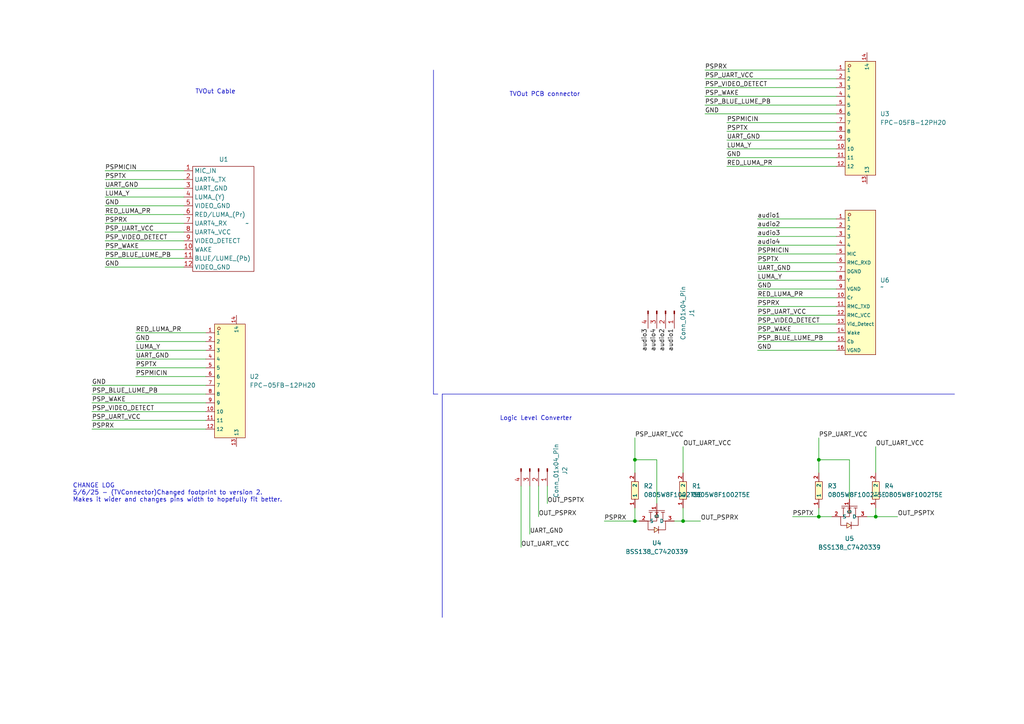
<source format=kicad_sch>
(kicad_sch (version 20231120) (generator "eeschema") (generator_version "8.0")
  (paper "A4")
  (lib_symbols
    (symbol "Connector:Conn_01x04_Pin" (pin_names (offset 1.016) hide)
      (property "Reference" "J" (at 0 5.08 0))
      (property "Value" "Conn_01x04_Pin" (at 0 -7.62 0))
      (symbol "Conn_01x04_Pin_1_1"
        (polyline (pts (xy 1.27 -5.08) (xy 0.8636 -5.08)) (stroke (width 0.1524)))
        (polyline (pts (xy 1.27 -2.54) (xy 0.8636 -2.54)) (stroke (width 0.1524)))
        (polyline (pts (xy 1.27 0) (xy 0.8636 0)) (stroke (width 0.1524)))
        (polyline (pts (xy 1.27 2.54) (xy 0.8636 2.54)) (stroke (width 0.1524)))
        (rectangle (start 0.8636 -4.953) (end 0 -5.207) (stroke (width 0.1524)) (fill (type outline)))
        (rectangle (start 0.8636 -2.413) (end 0 -2.667) (stroke (width 0.1524)) (fill (type outline)))
        (rectangle (start 0.8636 0.127) (end 0 -0.127) (stroke (width 0.1524)) (fill (type outline)))
        (rectangle (start 0.8636 2.667) (end 0 2.413) (stroke (width 0.1524)) (fill (type outline)))
        (pin passive line (at 5.08 2.54 180) (length 3.81) (name "Pin_1") (number "1"))
        (pin passive line (at 5.08 0 180) (length 3.81) (name "Pin_2") (number "2"))
        (pin passive line (at 5.08 -2.54 180) (length 3.81) (name "Pin_3") (number "3"))
        (pin passive line (at 5.08 -5.08 180) (length 3.81) (name "Pin_4") (number "4"))
      )
    )
    (symbol "jlcpcb:0805W8F1002T5E"
      (property "Reference" "R" (at 0 1.27 0))
      (property "Value" "0805W8F1002T5E" (at 0 -2.54 0))
      (symbol "0805W8F1002T5E_0_1"
        (rectangle (start -2.54 1.016) (end 2.54 -1.016) (fill (type background)))
        (pin input line (at -5.08 0 0) (length 2.54) (name "1") (number "1"))
        (pin input line (at 5.08 0 180) (length 2.54) (name "2") (number "2"))
      )
    )
    (symbol "jlcpcb:BSS138_C7420339"
      (property "Reference" "U" (at 0 1.27 0))
      (property "Value" "BSS138_C7420339" (at 0 -2.54 0))
      (symbol "BSS138_C7420339_0_1"
        (polyline (pts (xy -3.048 2.286) (xy -3.048 -2.286)))
        (polyline (pts (xy -2.54 -2.286) (xy -2.54 -1.27)))
        (polyline (pts (xy -2.54 -0.508) (xy -2.54 0.508)))
        (polyline (pts (xy -2.54 2.286) (xy -2.54 1.27)))
        (polyline (pts (xy 0 -1.778) (xy -2.54 -1.778)))
        (polyline (pts (xy -2.54 0) (xy -1.016 -0.508) (xy -1.016 0.508) (xy -2.54 0)) (fill (type background)))
        (polyline (pts (xy 2.54 0.508) (xy 1.778 -0.762) (xy 3.302 -0.762) (xy 2.54 0.508)) (fill (type background)))
        (polyline (pts (xy 3.556 0.508) (xy 3.048 0.508) (xy 2.032 0.508) (xy 1.524 0.508)))
        (polyline (pts (xy -2.54 0) (xy 0 0) (xy 0 -2.54) (xy 2.54 -2.54) (xy 2.54 -0.762)))
        (polyline (pts (xy -2.54 1.778) (xy 0 1.778) (xy 0 2.54) (xy 2.54 2.54) (xy 2.54 0.508)))
        (pin unspecified line (at -5.08 0 0) (length 2.54) (name "G") (number "1"))
        (pin unspecified line (at 0 -5.08 90) (length 2.54) (name "S") (number "2"))
        (pin unspecified line (at 0 5.08 270) (length 2.54) (name "D") (number "3"))
      )
    )
    (symbol "jlcpcb:FPC-05FB-12PH20"
      (property "Reference" "U" (at 0 1.27 0))
      (property "Value" "FPC-05FB-12PH20" (at 0 -2.54 0))
      (symbol "FPC-05FB-12PH20_0_1"
        (rectangle (start -3.81 17.78) (end 5.08 -15.24) (fill (type background)))
        (circle (center -2.54 16.51) (radius 0.381) (fill (type background)))
        (pin unspecified line (at -6.35 15.24 0) (length 2.54) (name "1") (number "1"))
        (pin unspecified line (at -6.35 -7.62 0) (length 2.54) (name "10") (number "10"))
        (pin unspecified line (at -6.35 -10.16 0) (length 2.54) (name "11") (number "11"))
        (pin unspecified line (at -6.35 -12.7 0) (length 2.54) (name "12") (number "12"))
        (pin unspecified line (at 2.54 -17.78 90) (length 2.54) (name "13") (number "13"))
        (pin unspecified line (at 2.54 20.32 270) (length 2.54) (name "14") (number "14"))
        (pin unspecified line (at -6.35 12.7 0) (length 2.54) (name "2") (number "2"))
        (pin unspecified line (at -6.35 10.16 0) (length 2.54) (name "3") (number "3"))
        (pin unspecified line (at -6.35 7.62 0) (length 2.54) (name "4") (number "4"))
        (pin unspecified line (at -6.35 5.08 0) (length 2.54) (name "5") (number "5"))
        (pin unspecified line (at -6.35 2.54 0) (length 2.54) (name "6") (number "6"))
        (pin unspecified line (at -6.35 0 0) (length 2.54) (name "7") (number "7"))
        (pin unspecified line (at -6.35 -2.54 0) (length 2.54) (name "8") (number "8"))
        (pin unspecified line (at -6.35 -5.08 0) (length 2.54) (name "9") (number "9"))
      )
    )
    (symbol "psp:tvout cable"
      (property "Reference" "U" (at -11.938 13.97 0))
      (symbol "tvout cable_0_1"
        (rectangle (start -17.78 10.16) (end 0 -20.32))
      )
      (symbol "tvout cable_1_1"
        (pin input line (at -20.32 8.89 0) (length 2.54) (name "MIC_IN") (number "1"))
        (pin input line (at -20.32 -13.97 0) (length 2.54) (name "WAKE") (number "10"))
        (pin input line (at -20.32 -16.51 0) (length 2.54) (name "BLUE/LUME_(Pb)") (number "11"))
        (pin input line (at -20.32 -19.05 0) (length 2.54) (name "VIDEO_GND") (number "12"))
        (pin input line (at -20.32 6.35 0) (length 2.54) (name "UART4_TX") (number "2"))
        (pin input line (at -20.32 3.81 0) (length 2.54) (name "UART_GND") (number "3"))
        (pin input line (at -20.32 1.27 0) (length 2.54) (name "LUMA_(Y)") (number "4"))
        (pin input line (at -20.32 -1.27 0) (length 2.54) (name "VIDEO_GND") (number "5"))
        (pin input line (at -20.32 -3.81 0) (length 2.54) (name "RED/LUMA_(Pr)") (number "6"))
        (pin input line (at -20.32 -6.35 0) (length 2.54) (name "UART4_RX") (number "7"))
        (pin input line (at -20.32 -8.89 0) (length 2.54) (name "UART4_VCC") (number "8"))
        (pin input line (at -20.32 -11.43 0) (length 2.54) (name "VIDEO_DETECT") (number "9"))
      )
    )
    (symbol "psp:tvoutConnector"
      (property "Reference" "U" (at 0.254 1.016 0))
      (symbol "tvoutConnector_0_1"
        (rectangle (start -12.7 22.86) (end -3.81 -19.05) (fill (type background)))
        (circle (center -11.43 21.59) (radius 0.381) (fill (type background)))
        (pin unspecified line (at -15.24 20.32 0) (length 2.54) (name "1") (number "1"))
        (pin unspecified line (at -15.24 17.78 0) (length 2.54) (name "2") (number "2"))
        (pin unspecified line (at -15.24 15.24 0) (length 2.54) (name "3") (number "3"))
        (pin unspecified line (at -15.24 12.7 0) (length 2.54) (name "4") (number "4"))
      )
      (symbol "tvoutConnector_1_1"
        (pin unspecified line (at -15.24 -2.54 0) (length 2.54) (name "Cr") (number "10"))
        (pin unspecified line (at -15.24 -5.08 0) (length 2.54) (name "RMC_TXD") (number "11"))
        (pin unspecified line (at -15.24 -7.62 0) (length 2.54) (name "RMC_VCC") (number "12"))
        (pin unspecified line (at -15.24 -10.16 0) (length 2.54) (name "Vid_Detect") (number "13"))
        (pin unspecified line (at -15.24 -12.7 0) (length 2.54) (name "Wake") (number "14"))
        (pin unspecified line (at -15.24 -15.24 0) (length 2.54) (name "Cb") (number "15"))
        (pin unspecified line (at -15.24 -17.78 0) (length 2.54) (name "VGND") (number "16"))
        (pin unspecified line (at -15.24 10.16 0) (length 2.54) (name "MIC") (number "5"))
        (pin unspecified line (at -15.24 7.62 0) (length 2.54) (name "RMC_RXD") (number "6"))
        (pin unspecified line (at -15.24 5.08 0) (length 2.54) (name "DGND") (number "7"))
        (pin unspecified line (at -15.24 2.54 0) (length 2.54) (name "Y") (number "8"))
        (pin unspecified line (at -15.24 0 0) (length 2.54) (name "VGND") (number "9"))
      )
    )
  )
  (junction (at 198.12 151.13))
  (junction (at 237.49 133.35))
  (junction (at 184.15 151.13))
  (junction (at 254 149.86))
  (junction (at 237.49 149.86))
  (junction (at 184.15 133.35))
  (wire (pts (xy 219.71 71.12) (xy 242.57 71.12)))
  (wire (pts (xy 30.48 54.61) (xy 53.34 54.61)))
  (wire (pts (xy 219.71 76.2) (xy 242.57 76.2)))
  (wire (pts (xy 39.37 101.6) (xy 59.69 101.6)))
  (wire (pts (xy 30.48 72.39) (xy 53.34 72.39)))
  (wire (pts (xy 158.75 146.05) (xy 158.75 140.97)))
  (wire (pts (xy 30.48 49.53) (xy 53.34 49.53)))
  (wire (pts (xy 30.48 62.23) (xy 53.34 62.23)))
  (wire (pts (xy 219.71 86.36) (xy 242.57 86.36)))
  (wire (pts (xy 30.48 67.31) (xy 53.34 67.31)))
  (wire (pts (xy 219.71 93.98) (xy 242.57 93.98)))
  (polyline (pts (xy 125.73 114.3) (xy 127 114.3)))
  (wire (pts (xy 198.12 147.32) (xy 198.12 151.13)))
  (polyline (pts (xy 128.27 179.07) (xy 128.27 114.3)))
  (wire (pts (xy 210.82 38.1) (xy 242.57 38.1)))
  (wire (pts (xy 30.48 64.77) (xy 53.34 64.77)))
  (wire (pts (xy 219.71 81.28) (xy 242.57 81.28)))
  (wire (pts (xy 254 149.86) (xy 260.35 149.86)))
  (wire (pts (xy 184.15 147.32) (xy 184.15 151.13)))
  (wire (pts (xy 184.15 133.35) (xy 184.15 137.16)))
  (wire (pts (xy 229.87 149.86) (xy 237.49 149.86)))
  (wire (pts (xy 204.47 22.86) (xy 242.57 22.86)))
  (wire (pts (xy 219.71 73.66) (xy 242.57 73.66)))
  (wire (pts (xy 198.12 151.13) (xy 203.2 151.13)))
  (wire (pts (xy 26.67 124.46) (xy 59.69 124.46)))
  (wire (pts (xy 237.49 147.32) (xy 237.49 149.86)))
  (wire (pts (xy 30.48 74.93) (xy 53.34 74.93)))
  (wire (pts (xy 30.48 52.07) (xy 53.34 52.07)))
  (wire (pts (xy 26.67 111.76) (xy 59.69 111.76)))
  (wire (pts (xy 175.26 151.13) (xy 184.15 151.13)))
  (wire (pts (xy 219.71 63.5) (xy 242.57 63.5)))
  (polyline (pts (xy 125.73 20.32) (xy 125.73 114.3)))
  (wire (pts (xy 153.67 154.94) (xy 153.67 140.97)))
  (wire (pts (xy 151.13 158.75) (xy 151.13 140.97)))
  (wire (pts (xy 219.71 68.58) (xy 242.57 68.58)))
  (wire (pts (xy 251.46 149.86) (xy 254 149.86)))
  (wire (pts (xy 219.71 99.06) (xy 242.57 99.06)))
  (wire (pts (xy 246.38 133.35) (xy 237.49 133.35)))
  (wire (pts (xy 190.5 146.05) (xy 190.5 133.35)))
  (wire (pts (xy 219.71 91.44) (xy 242.57 91.44)))
  (wire (pts (xy 204.47 33.02) (xy 242.57 33.02)))
  (wire (pts (xy 26.67 121.92) (xy 59.69 121.92)))
  (wire (pts (xy 195.58 151.13) (xy 198.12 151.13)))
  (wire (pts (xy 39.37 99.06) (xy 59.69 99.06)))
  (wire (pts (xy 30.48 57.15) (xy 53.34 57.15)))
  (polyline (pts (xy 128.27 114.3) (xy 276.86 114.3)))
  (wire (pts (xy 26.67 119.38) (xy 59.69 119.38)))
  (wire (pts (xy 30.48 69.85) (xy 53.34 69.85)))
  (wire (pts (xy 210.82 48.26) (xy 242.57 48.26)))
  (wire (pts (xy 198.12 129.54) (xy 198.12 137.16)))
  (wire (pts (xy 204.47 27.94) (xy 242.57 27.94)))
  (wire (pts (xy 30.48 59.69) (xy 53.34 59.69)))
  (wire (pts (xy 237.49 149.86) (xy 241.3 149.86)))
  (wire (pts (xy 210.82 35.56) (xy 242.57 35.56)))
  (wire (pts (xy 190.5 133.35) (xy 184.15 133.35)))
  (wire (pts (xy 204.47 20.32) (xy 242.57 20.32)))
  (wire (pts (xy 39.37 106.68) (xy 59.69 106.68)))
  (wire (pts (xy 30.48 77.47) (xy 53.34 77.47)))
  (wire (pts (xy 204.47 30.48) (xy 242.57 30.48)))
  (wire (pts (xy 210.82 43.18) (xy 242.57 43.18)))
  (wire (pts (xy 219.71 88.9) (xy 242.57 88.9)))
  (wire (pts (xy 204.47 25.4) (xy 242.57 25.4)))
  (wire (pts (xy 254 147.32) (xy 254 149.86)))
  (wire (pts (xy 219.71 66.04) (xy 242.57 66.04)))
  (wire (pts (xy 39.37 104.14) (xy 59.69 104.14)))
  (wire (pts (xy 254 129.54) (xy 254 137.16)))
  (wire (pts (xy 26.67 114.3) (xy 59.69 114.3)))
  (wire (pts (xy 156.21 149.86) (xy 156.21 140.97)))
  (wire (pts (xy 246.38 144.78) (xy 246.38 133.35)))
  (wire (pts (xy 210.82 40.64) (xy 242.57 40.64)))
  (wire (pts (xy 39.37 96.52) (xy 59.69 96.52)))
  (wire (pts (xy 210.82 45.72) (xy 242.57 45.72)))
  (wire (pts (xy 219.71 101.6) (xy 242.57 101.6)))
  (wire (pts (xy 39.37 109.22) (xy 59.69 109.22)))
  (wire (pts (xy 219.71 78.74) (xy 242.57 78.74)))
  (wire (pts (xy 219.71 96.52) (xy 242.57 96.52)))
  (wire (pts (xy 219.71 83.82) (xy 242.57 83.82)))
  (wire (pts (xy 184.15 127) (xy 184.15 133.35)))
  (wire (pts (xy 237.49 127) (xy 237.49 133.35)))
  (wire (pts (xy 237.49 133.35) (xy 237.49 137.16)))
  (wire (pts (xy 184.15 151.13) (xy 185.42 151.13)))
  (wire (pts (xy 26.67 116.84) (xy 59.69 116.84)))
  (text "Logic Level Converter" (at 155.448 121.412 0) (effects (font (size 1.27 1.27))))
  (text "TVOut PCB connector" (at 157.988 27.432 0) (effects (font (size 1.27 1.27))))
  (text "TVOut Cable" (at 62.484 26.67 0) (effects (font (size 1.27 1.27))))
  (text "CHANGE LOG\n5/6/25 - (TVConnector)Changed footprint to version 2. \nMakes it wider and changes pins width to hopefully fit better." (at 21.082 143.002 0) (effects (font (size 1.27 1.27)) (justify left)))
  (label "LUMA_Y" (at 219.71 81.28 0))
  (label "PSPTX" (at 39.37 106.68 0))
  (label "UART_GND" (at 210.82 40.64 0))
  (label "PSP_BLUE_LUME_PB" (at 204.47 30.48 0))
  (label "PSP_WAKE" (at 204.47 27.94 0))
  (label "GND" (at 219.71 83.82 0))
  (label "GND" (at 26.67 111.76 0))
  (label "RED_LUMA_PR" (at 30.48 62.23 0))
  (label "audio4" (at 190.5 95.25 270))
  (label "PSP_UART_VCC" (at 204.47 22.86 0))
  (label "PSPMICIN" (at 219.71 73.66 0))
  (label "RED_LUMA_PR" (at 219.71 86.36 0))
  (label "UART_GND" (at 153.67 154.94 0))
  (label "RED_LUMA_PR" (at 39.37 96.52 0))
  (label "PSPMICIN" (at 210.82 35.56 0))
  (label "PSP_WAKE" (at 26.67 116.84 0))
  (label "PSP_VIDEO_DETECT" (at 204.47 25.4 0))
  (label "PSPRX" (at 204.47 20.32 0))
  (label "audio3" (at 187.96 95.25 270))
  (label "OUT_UART_VCC" (at 151.13 158.75 0))
  (label "PSP_BLUE_LUME_PB" (at 26.67 114.3 0))
  (label "PSP_VIDEO_DETECT" (at 30.48 69.85 0))
  (label "RED_LUMA_PR" (at 210.82 48.26 0))
  (label "GND" (at 210.82 45.72 0))
  (label "PSPTX" (at 30.48 52.07 0))
  (label "PSPTX" (at 219.71 76.2 0))
  (label "PSPRX" (at 219.71 88.9 0))
  (label "PSPRX" (at 175.26 151.13 0))
  (label "PSP_VIDEO_DETECT" (at 219.71 93.98 0))
  (label "OUT_UART_VCC" (at 254 129.54 0))
  (label "GND" (at 30.48 59.69 0))
  (label "PSP_UART_VCC" (at 219.71 91.44 0))
  (label "UART_GND" (at 219.71 78.74 0))
  (label "UART_GND" (at 30.48 54.61 0))
  (label "OUT_PSPRX" (at 203.2 151.13 0))
  (label "LUMA_Y" (at 30.48 57.15 0))
  (label "PSP_BLUE_LUME_PB" (at 30.48 74.93 0))
  (label "OUT_PSPTX" (at 158.75 146.05 0))
  (label "PSP_WAKE" (at 219.71 96.52 0))
  (label "PSP_UART_VCC" (at 26.67 121.92 0))
  (label "GND" (at 219.71 101.6 0))
  (label "PSPTX" (at 229.87 149.86 0))
  (label "audio2" (at 219.71 66.04 0))
  (label "GND" (at 30.48 77.47 0))
  (label "PSP_UART_VCC" (at 237.49 127 0))
  (label "UART_GND" (at 39.37 104.14 0))
  (label "audio4" (at 219.71 71.12 0))
  (label "PSP_UART_VCC" (at 184.15 127 0))
  (label "GND" (at 204.47 33.02 0))
  (label "audio2" (at 193.04 95.25 270))
  (label "GND" (at 39.37 99.06 0))
  (label "PSPRX" (at 30.48 64.77 0))
  (label "audio1" (at 219.71 63.5 0))
  (label "OUT_UART_VCC" (at 198.12 129.54 0))
  (label "OUT_PSPRX" (at 156.21 149.86 0))
  (label "PSP_BLUE_LUME_PB" (at 219.71 99.06 0))
  (label "PSPMICIN" (at 30.48 49.53 0))
  (label "LUMA_Y" (at 39.37 101.6 0))
  (label "audio1" (at 195.58 95.25 270))
  (label "PSP_VIDEO_DETECT" (at 26.67 119.38 0))
  (label "PSPRX" (at 26.67 124.46 0))
  (label "audio3" (at 219.71 68.58 0))
  (label "OUT_PSPTX" (at 260.35 149.86 0))
  (label "LUMA_Y" (at 210.82 43.18 0))
  (label "PSPTX" (at 210.82 38.1 0))
  (label "PSPMICIN" (at 39.37 109.22 0))
  (label "PSP_UART_VCC" (at 30.48 67.31 0))
  (label "PSP_WAKE" (at 30.48 72.39 0))
  (symbol (lib_id "psp:tvoutConnector") (at 257.81 83.82 0) (unit 1)
    (property "Reference" "U6" (at 255.27 81.2799 0) (effects (justify left)))
    (property "Value" "~" (at 255.27 83.185 0) (effects (justify left)))
    (property "Footprint" "psp:TVOut Connector" (effects (hide yes)))
  )
  (symbol (lib_id "psp:tvout cable") (at 73.66 58.42 0) (unit 1)
    (property "Reference" "U1" (at 63.5 46.228 0) (effects (justify left)))
    (property "Value" "~" (at 71.12 64.77 0) (effects (justify left)))
    (property "Footprint" "psp:TVOut Cable" (effects (hide yes)))
  )
  (symbol (lib_id "jlcpcb:0805W8F1002T5E") (at 198.12 142.24 90) (unit 1)
    (property "Reference" "R1" (at 200.66 140.9699 90) (effects (justify right)))
    (property "Value" "0805W8F1002T5E" (at 200.66 143.5099 90) (effects (justify right)))
    (property "Footprint" "jlcpcb:R0805" (effects (hide yes)))
    (property "Datasheet" "https://item.szlcsc.com/142685.html" (effects (hide yes)))
    (property "LCSC" "C17414" (effects (hide yes)))
  )
  (symbol (lib_id "jlcpcb:BSS138_C7420339") (at 190.5 151.13 270) (unit 1)
    (property "Reference" "U4" (at 190.5 157.48 90))
    (property "Value" "BSS138_C7420339" (at 190.5 160.02 90))
    (property "Footprint" "jlcpcb:SOT-23-3_L2.9-W1.3-P1.90-LS2.4-BR" (effects (hide yes)))
    (property "Datasheet" "https://www.diodes.com/assets/Package-Files/SOT23.pdf" (effects (hide yes)))
    (property "LCSC" "C7420339" (effects (hide yes)))
  )
  (symbol (lib_id "jlcpcb:BSS138_C7420339") (at 246.38 149.86 270) (unit 1)
    (property "Reference" "U5" (at 246.38 156.21 90))
    (property "Value" "BSS138_C7420339" (at 246.38 158.75 90))
    (property "Footprint" "jlcpcb:SOT-23-3_L2.9-W1.3-P1.90-LS2.4-BR" (effects (hide yes)))
    (property "Datasheet" "https://www.diodes.com/assets/Package-Files/SOT23.pdf" (effects (hide yes)))
    (property "LCSC" "C7420339" (effects (hide yes)))
  )
  (symbol (lib_id "jlcpcb:FPC-05FB-12PH20") (at 66.04 111.76 0) (unit 1)
    (property "Reference" "U2" (at 72.39 109.2199 0) (effects (justify left)))
    (property "Value" "FPC-05FB-12PH20" (at 72.39 111.7599 0) (effects (justify left)))
    (property "Footprint" "jlcpcb:FPC-SMD_12P-P0.50_XUNPU_FPC-05FB-12PH20" (effects (hide yes)))
    (property "Datasheet" "https://atta.szlcsc.com/upload/public/pdf/source/20210728/C2856827_2EDD1A49C19160ABD03FEAB4120EABEA.pdf" (effects (hide yes)))
    (property "LCSC" "C2856829" (effects (hide yes)))
  )
  (symbol (lib_id "Connector:Conn_01x04_Pin") (at 193.04 90.17 270) (unit 1)
    (property "Reference" "J1" (at 200.66 90.805 0))
    (property "Value" "Conn_01x04_Pin" (at 198.12 90.805 0))
    (property "Footprint" "Connector_PinHeader_2.54mm:PinHeader_1x04_P2.54mm_Vertical" (effects (hide yes)))
    (property "Description" "Generic connector, single row, 01x04, script generated" (effects (hide yes)))
  )
  (symbol (lib_id "jlcpcb:0805W8F1002T5E") (at 184.15 142.24 90) (unit 1)
    (property "Reference" "R2" (at 186.69 140.9699 90) (effects (justify right)))
    (property "Value" "0805W8F1002T5E" (at 186.69 143.5099 90) (effects (justify right)))
    (property "Footprint" "jlcpcb:R0805" (effects (hide yes)))
    (property "Datasheet" "https://item.szlcsc.com/142685.html" (effects (hide yes)))
    (property "LCSC" "C17414" (effects (hide yes)))
  )
  (symbol (lib_id "jlcpcb:0805W8F1002T5E") (at 237.49 142.24 90) (unit 1)
    (property "Reference" "R3" (at 240.03 140.9699 90) (effects (justify right)))
    (property "Value" "0805W8F1002T5E" (at 240.03 143.5099 90) (effects (justify right)))
    (property "Footprint" "jlcpcb:R0805" (effects (hide yes)))
    (property "Datasheet" "https://item.szlcsc.com/142685.html" (effects (hide yes)))
    (property "LCSC" "C17414" (effects (hide yes)))
  )
  (symbol (lib_id "jlcpcb:0805W8F1002T5E") (at 254 142.24 90) (unit 1)
    (property "Reference" "R4" (at 256.54 140.9699 90) (effects (justify right)))
    (property "Value" "0805W8F1002T5E" (at 256.54 143.5099 90) (effects (justify right)))
    (property "Footprint" "jlcpcb:R0805" (effects (hide yes)))
    (property "Datasheet" "https://item.szlcsc.com/142685.html" (effects (hide yes)))
    (property "LCSC" "C17414" (effects (hide yes)))
  )
  (symbol (lib_id "jlcpcb:FPC-05FB-12PH20") (at 248.92 35.56 0) (unit 1)
    (property "Reference" "U3" (at 255.27 33.0199 0) (effects (justify left)))
    (property "Value" "FPC-05FB-12PH20" (at 255.27 35.5599 0) (effects (justify left)))
    (property "Footprint" "jlcpcb:FPC-SMD_12P-P0.50_XUNPU_FPC-05FB-12PH20" (effects (hide yes)))
    (property "Datasheet" "https://atta.szlcsc.com/upload/public/pdf/source/20210728/C2856827_2EDD1A49C19160ABD03FEAB4120EABEA.pdf" (effects (hide yes)))
    (property "LCSC" "C2856829" (effects (hide yes)))
  )
  (symbol (lib_id "Connector:Conn_01x04_Pin") (at 156.21 135.89 270) (unit 1)
    (property "Reference" "J2" (at 163.83 136.525 0))
    (property "Value" "Conn_01x04_Pin" (at 161.29 136.525 0))
    (property "Footprint" "Connector_PinHeader_2.54mm:PinHeader_1x04_P2.54mm_Vertical" (effects (hide yes)))
    (property "Description" "Generic connector, single row, 01x04, script generated" (effects (hide yes)))
  )
)
</source>
